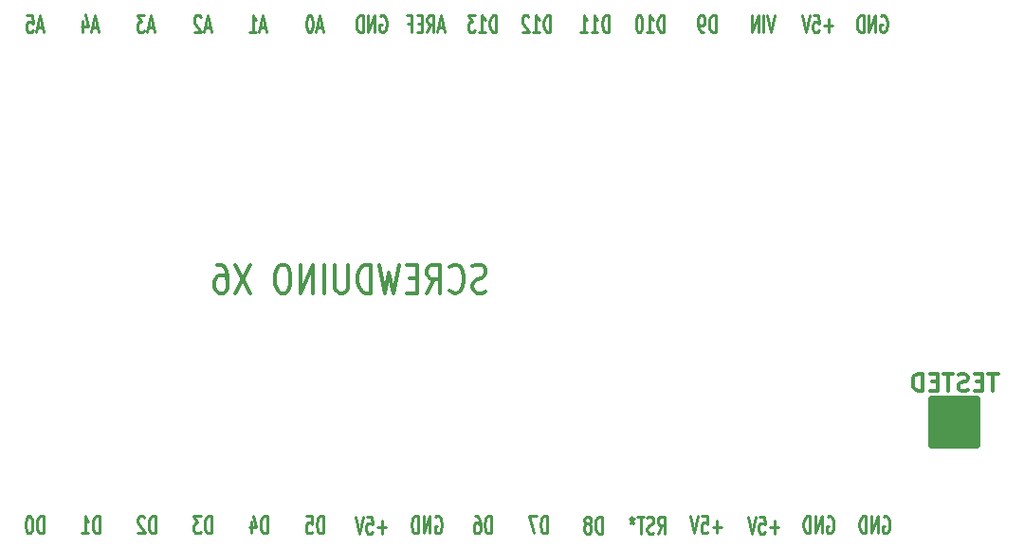
<source format=gbr>
G04 #@! TF.FileFunction,Legend,Bot*
%FSLAX46Y46*%
G04 Gerber Fmt 4.6, Leading zero omitted, Abs format (unit mm)*
G04 Created by KiCad (PCBNEW (after 2015-mar-04 BZR unknown)-product) date 8/29/2015 7:40:19 PM*
%MOMM*%
G01*
G04 APERTURE LIST*
%ADD10C,0.150000*%
%ADD11C,0.342900*%
%ADD12C,0.254000*%
%ADD13C,0.650000*%
%ADD14C,0.304800*%
G04 APERTURE END LIST*
D10*
D11*
X139730237Y-105422095D02*
X139439952Y-105543048D01*
X138956142Y-105543048D01*
X138762618Y-105422095D01*
X138665856Y-105301143D01*
X138569095Y-105059238D01*
X138569095Y-104817333D01*
X138665856Y-104575429D01*
X138762618Y-104454476D01*
X138956142Y-104333524D01*
X139343190Y-104212571D01*
X139536714Y-104091619D01*
X139633475Y-103970667D01*
X139730237Y-103728762D01*
X139730237Y-103486857D01*
X139633475Y-103244952D01*
X139536714Y-103124000D01*
X139343190Y-103003048D01*
X138859380Y-103003048D01*
X138569095Y-103124000D01*
X136537095Y-105301143D02*
X136633857Y-105422095D01*
X136924142Y-105543048D01*
X137117666Y-105543048D01*
X137407952Y-105422095D01*
X137601476Y-105180190D01*
X137698237Y-104938286D01*
X137794999Y-104454476D01*
X137794999Y-104091619D01*
X137698237Y-103607810D01*
X137601476Y-103365905D01*
X137407952Y-103124000D01*
X137117666Y-103003048D01*
X136924142Y-103003048D01*
X136633857Y-103124000D01*
X136537095Y-103244952D01*
X134505095Y-105543048D02*
X135182428Y-104333524D01*
X135666237Y-105543048D02*
X135666237Y-103003048D01*
X134892142Y-103003048D01*
X134698618Y-103124000D01*
X134601857Y-103244952D01*
X134505095Y-103486857D01*
X134505095Y-103849714D01*
X134601857Y-104091619D01*
X134698618Y-104212571D01*
X134892142Y-104333524D01*
X135666237Y-104333524D01*
X133634237Y-104212571D02*
X132956904Y-104212571D01*
X132666618Y-105543048D02*
X133634237Y-105543048D01*
X133634237Y-103003048D01*
X132666618Y-103003048D01*
X131989285Y-103003048D02*
X131505476Y-105543048D01*
X131118428Y-103728762D01*
X130731381Y-105543048D01*
X130247571Y-103003048D01*
X129473475Y-105543048D02*
X129473475Y-103003048D01*
X128989666Y-103003048D01*
X128699380Y-103124000D01*
X128505856Y-103365905D01*
X128409095Y-103607810D01*
X128312333Y-104091619D01*
X128312333Y-104454476D01*
X128409095Y-104938286D01*
X128505856Y-105180190D01*
X128699380Y-105422095D01*
X128989666Y-105543048D01*
X129473475Y-105543048D01*
X127441475Y-103003048D02*
X127441475Y-105059238D01*
X127344714Y-105301143D01*
X127247952Y-105422095D01*
X127054428Y-105543048D01*
X126667380Y-105543048D01*
X126473856Y-105422095D01*
X126377095Y-105301143D01*
X126280333Y-105059238D01*
X126280333Y-103003048D01*
X125312713Y-105543048D02*
X125312713Y-103003048D01*
X124345094Y-105543048D02*
X124345094Y-103003048D01*
X123183952Y-105543048D01*
X123183952Y-103003048D01*
X121829285Y-103003048D02*
X121442237Y-103003048D01*
X121248713Y-103124000D01*
X121055190Y-103365905D01*
X120958428Y-103849714D01*
X120958428Y-104696381D01*
X121055190Y-105180190D01*
X121248713Y-105422095D01*
X121442237Y-105543048D01*
X121829285Y-105543048D01*
X122022809Y-105422095D01*
X122216332Y-105180190D01*
X122313094Y-104696381D01*
X122313094Y-103849714D01*
X122216332Y-103365905D01*
X122022809Y-103124000D01*
X121829285Y-103003048D01*
X118732904Y-103003048D02*
X117378238Y-105543048D01*
X117378238Y-103003048D02*
X118732904Y-105543048D01*
X115733285Y-103003048D02*
X116120333Y-103003048D01*
X116313857Y-103124000D01*
X116410619Y-103244952D01*
X116604142Y-103607810D01*
X116700904Y-104091619D01*
X116700904Y-105059238D01*
X116604142Y-105301143D01*
X116507381Y-105422095D01*
X116313857Y-105543048D01*
X115926809Y-105543048D01*
X115733285Y-105422095D01*
X115636523Y-105301143D01*
X115539762Y-105059238D01*
X115539762Y-104454476D01*
X115636523Y-104212571D01*
X115733285Y-104091619D01*
X115926809Y-103970667D01*
X116313857Y-103970667D01*
X116507381Y-104091619D01*
X116604142Y-104212571D01*
X116700904Y-104454476D01*
D12*
X175018095Y-80772000D02*
X175114857Y-80699429D01*
X175260000Y-80699429D01*
X175405142Y-80772000D01*
X175501904Y-80917143D01*
X175550285Y-81062286D01*
X175598666Y-81352571D01*
X175598666Y-81570286D01*
X175550285Y-81860571D01*
X175501904Y-82005714D01*
X175405142Y-82150857D01*
X175260000Y-82223429D01*
X175163238Y-82223429D01*
X175018095Y-82150857D01*
X174969714Y-82078286D01*
X174969714Y-81570286D01*
X175163238Y-81570286D01*
X174534285Y-82223429D02*
X174534285Y-80699429D01*
X173953714Y-82223429D01*
X173953714Y-80699429D01*
X173469904Y-82223429D02*
X173469904Y-80699429D01*
X173227999Y-80699429D01*
X173082857Y-80772000D01*
X172986095Y-80917143D01*
X172937714Y-81062286D01*
X172889333Y-81352571D01*
X172889333Y-81570286D01*
X172937714Y-81860571D01*
X172986095Y-82005714D01*
X173082857Y-82150857D01*
X173227999Y-82223429D01*
X173469904Y-82223429D01*
X170724285Y-81642857D02*
X169950190Y-81642857D01*
X170337238Y-82223429D02*
X170337238Y-81062286D01*
X168982571Y-80699429D02*
X169466380Y-80699429D01*
X169514761Y-81425143D01*
X169466380Y-81352571D01*
X169369618Y-81280000D01*
X169127714Y-81280000D01*
X169030952Y-81352571D01*
X168982571Y-81425143D01*
X168934190Y-81570286D01*
X168934190Y-81933143D01*
X168982571Y-82078286D01*
X169030952Y-82150857D01*
X169127714Y-82223429D01*
X169369618Y-82223429D01*
X169466380Y-82150857D01*
X169514761Y-82078286D01*
X168643904Y-80699429D02*
X168305237Y-82223429D01*
X167966571Y-80699429D01*
X165577762Y-80699429D02*
X165239095Y-82223429D01*
X164900429Y-80699429D01*
X164561762Y-82223429D02*
X164561762Y-80699429D01*
X164077952Y-82223429D02*
X164077952Y-80699429D01*
X163497381Y-82223429D01*
X163497381Y-80699429D01*
X160261904Y-82223429D02*
X160261904Y-80699429D01*
X160019999Y-80699429D01*
X159874857Y-80772000D01*
X159778095Y-80917143D01*
X159729714Y-81062286D01*
X159681333Y-81352571D01*
X159681333Y-81570286D01*
X159729714Y-81860571D01*
X159778095Y-82005714D01*
X159874857Y-82150857D01*
X160019999Y-82223429D01*
X160261904Y-82223429D01*
X159197523Y-82223429D02*
X159003999Y-82223429D01*
X158907238Y-82150857D01*
X158858857Y-82078286D01*
X158762095Y-81860571D01*
X158713714Y-81570286D01*
X158713714Y-80989714D01*
X158762095Y-80844571D01*
X158810476Y-80772000D01*
X158907238Y-80699429D01*
X159100761Y-80699429D01*
X159197523Y-80772000D01*
X159245904Y-80844571D01*
X159294285Y-80989714D01*
X159294285Y-81352571D01*
X159245904Y-81497714D01*
X159197523Y-81570286D01*
X159100761Y-81642857D01*
X158907238Y-81642857D01*
X158810476Y-81570286D01*
X158762095Y-81497714D01*
X158713714Y-81352571D01*
X155665714Y-82223429D02*
X155665714Y-80699429D01*
X155423809Y-80699429D01*
X155278667Y-80772000D01*
X155181905Y-80917143D01*
X155133524Y-81062286D01*
X155085143Y-81352571D01*
X155085143Y-81570286D01*
X155133524Y-81860571D01*
X155181905Y-82005714D01*
X155278667Y-82150857D01*
X155423809Y-82223429D01*
X155665714Y-82223429D01*
X154117524Y-82223429D02*
X154698095Y-82223429D01*
X154407809Y-82223429D02*
X154407809Y-80699429D01*
X154504571Y-80917143D01*
X154601333Y-81062286D01*
X154698095Y-81134857D01*
X153488571Y-80699429D02*
X153391810Y-80699429D01*
X153295048Y-80772000D01*
X153246667Y-80844571D01*
X153198286Y-80989714D01*
X153149905Y-81280000D01*
X153149905Y-81642857D01*
X153198286Y-81933143D01*
X153246667Y-82078286D01*
X153295048Y-82150857D01*
X153391810Y-82223429D01*
X153488571Y-82223429D01*
X153585333Y-82150857D01*
X153633714Y-82078286D01*
X153682095Y-81933143D01*
X153730476Y-81642857D01*
X153730476Y-81280000D01*
X153682095Y-80989714D01*
X153633714Y-80844571D01*
X153585333Y-80772000D01*
X153488571Y-80699429D01*
X150712714Y-82223429D02*
X150712714Y-80699429D01*
X150470809Y-80699429D01*
X150325667Y-80772000D01*
X150228905Y-80917143D01*
X150180524Y-81062286D01*
X150132143Y-81352571D01*
X150132143Y-81570286D01*
X150180524Y-81860571D01*
X150228905Y-82005714D01*
X150325667Y-82150857D01*
X150470809Y-82223429D01*
X150712714Y-82223429D01*
X149164524Y-82223429D02*
X149745095Y-82223429D01*
X149454809Y-82223429D02*
X149454809Y-80699429D01*
X149551571Y-80917143D01*
X149648333Y-81062286D01*
X149745095Y-81134857D01*
X148196905Y-82223429D02*
X148777476Y-82223429D01*
X148487190Y-82223429D02*
X148487190Y-80699429D01*
X148583952Y-80917143D01*
X148680714Y-81062286D01*
X148777476Y-81134857D01*
X145505714Y-82223429D02*
X145505714Y-80699429D01*
X145263809Y-80699429D01*
X145118667Y-80772000D01*
X145021905Y-80917143D01*
X144973524Y-81062286D01*
X144925143Y-81352571D01*
X144925143Y-81570286D01*
X144973524Y-81860571D01*
X145021905Y-82005714D01*
X145118667Y-82150857D01*
X145263809Y-82223429D01*
X145505714Y-82223429D01*
X143957524Y-82223429D02*
X144538095Y-82223429D01*
X144247809Y-82223429D02*
X144247809Y-80699429D01*
X144344571Y-80917143D01*
X144441333Y-81062286D01*
X144538095Y-81134857D01*
X143570476Y-80844571D02*
X143522095Y-80772000D01*
X143425333Y-80699429D01*
X143183429Y-80699429D01*
X143086667Y-80772000D01*
X143038286Y-80844571D01*
X142989905Y-80989714D01*
X142989905Y-81134857D01*
X143038286Y-81352571D01*
X143618857Y-82223429D01*
X142989905Y-82223429D01*
X140679714Y-82223429D02*
X140679714Y-80699429D01*
X140437809Y-80699429D01*
X140292667Y-80772000D01*
X140195905Y-80917143D01*
X140147524Y-81062286D01*
X140099143Y-81352571D01*
X140099143Y-81570286D01*
X140147524Y-81860571D01*
X140195905Y-82005714D01*
X140292667Y-82150857D01*
X140437809Y-82223429D01*
X140679714Y-82223429D01*
X139131524Y-82223429D02*
X139712095Y-82223429D01*
X139421809Y-82223429D02*
X139421809Y-80699429D01*
X139518571Y-80917143D01*
X139615333Y-81062286D01*
X139712095Y-81134857D01*
X138792857Y-80699429D02*
X138163905Y-80699429D01*
X138502571Y-81280000D01*
X138357429Y-81280000D01*
X138260667Y-81352571D01*
X138212286Y-81425143D01*
X138163905Y-81570286D01*
X138163905Y-81933143D01*
X138212286Y-82078286D01*
X138260667Y-82150857D01*
X138357429Y-82223429D01*
X138647714Y-82223429D01*
X138744476Y-82150857D01*
X138792857Y-82078286D01*
X136010952Y-81788000D02*
X135527143Y-81788000D01*
X136107714Y-82223429D02*
X135769047Y-80699429D01*
X135430381Y-82223429D01*
X134511143Y-82223429D02*
X134849809Y-81497714D01*
X135091714Y-82223429D02*
X135091714Y-80699429D01*
X134704667Y-80699429D01*
X134607905Y-80772000D01*
X134559524Y-80844571D01*
X134511143Y-80989714D01*
X134511143Y-81207429D01*
X134559524Y-81352571D01*
X134607905Y-81425143D01*
X134704667Y-81497714D01*
X135091714Y-81497714D01*
X134075714Y-81425143D02*
X133737048Y-81425143D01*
X133591905Y-82223429D02*
X134075714Y-82223429D01*
X134075714Y-80699429D01*
X133591905Y-80699429D01*
X132817810Y-81425143D02*
X133156476Y-81425143D01*
X133156476Y-82223429D02*
X133156476Y-80699429D01*
X132672667Y-80699429D01*
X130314095Y-80772000D02*
X130410857Y-80699429D01*
X130556000Y-80699429D01*
X130701142Y-80772000D01*
X130797904Y-80917143D01*
X130846285Y-81062286D01*
X130894666Y-81352571D01*
X130894666Y-81570286D01*
X130846285Y-81860571D01*
X130797904Y-82005714D01*
X130701142Y-82150857D01*
X130556000Y-82223429D01*
X130459238Y-82223429D01*
X130314095Y-82150857D01*
X130265714Y-82078286D01*
X130265714Y-81570286D01*
X130459238Y-81570286D01*
X129830285Y-82223429D02*
X129830285Y-80699429D01*
X129249714Y-82223429D01*
X129249714Y-80699429D01*
X128765904Y-82223429D02*
X128765904Y-80699429D01*
X128523999Y-80699429D01*
X128378857Y-80772000D01*
X128282095Y-80917143D01*
X128233714Y-81062286D01*
X128185333Y-81352571D01*
X128185333Y-81570286D01*
X128233714Y-81860571D01*
X128282095Y-82005714D01*
X128378857Y-82150857D01*
X128523999Y-82223429D01*
X128765904Y-82223429D01*
X125185714Y-81788000D02*
X124701905Y-81788000D01*
X125282476Y-82223429D02*
X124943809Y-80699429D01*
X124605143Y-82223429D01*
X124072952Y-80699429D02*
X123976191Y-80699429D01*
X123879429Y-80772000D01*
X123831048Y-80844571D01*
X123782667Y-80989714D01*
X123734286Y-81280000D01*
X123734286Y-81642857D01*
X123782667Y-81933143D01*
X123831048Y-82078286D01*
X123879429Y-82150857D01*
X123976191Y-82223429D01*
X124072952Y-82223429D01*
X124169714Y-82150857D01*
X124218095Y-82078286D01*
X124266476Y-81933143D01*
X124314857Y-81642857D01*
X124314857Y-81280000D01*
X124266476Y-80989714D01*
X124218095Y-80844571D01*
X124169714Y-80772000D01*
X124072952Y-80699429D01*
X120105714Y-81788000D02*
X119621905Y-81788000D01*
X120202476Y-82223429D02*
X119863809Y-80699429D01*
X119525143Y-82223429D01*
X118654286Y-82223429D02*
X119234857Y-82223429D01*
X118944571Y-82223429D02*
X118944571Y-80699429D01*
X119041333Y-80917143D01*
X119138095Y-81062286D01*
X119234857Y-81134857D01*
X115152714Y-81788000D02*
X114668905Y-81788000D01*
X115249476Y-82223429D02*
X114910809Y-80699429D01*
X114572143Y-82223429D01*
X114281857Y-80844571D02*
X114233476Y-80772000D01*
X114136714Y-80699429D01*
X113894810Y-80699429D01*
X113798048Y-80772000D01*
X113749667Y-80844571D01*
X113701286Y-80989714D01*
X113701286Y-81134857D01*
X113749667Y-81352571D01*
X114330238Y-82223429D01*
X113701286Y-82223429D01*
X110072714Y-81788000D02*
X109588905Y-81788000D01*
X110169476Y-82223429D02*
X109830809Y-80699429D01*
X109492143Y-82223429D01*
X109250238Y-80699429D02*
X108621286Y-80699429D01*
X108959952Y-81280000D01*
X108814810Y-81280000D01*
X108718048Y-81352571D01*
X108669667Y-81425143D01*
X108621286Y-81570286D01*
X108621286Y-81933143D01*
X108669667Y-82078286D01*
X108718048Y-82150857D01*
X108814810Y-82223429D01*
X109105095Y-82223429D01*
X109201857Y-82150857D01*
X109250238Y-82078286D01*
X105119714Y-81788000D02*
X104635905Y-81788000D01*
X105216476Y-82223429D02*
X104877809Y-80699429D01*
X104539143Y-82223429D01*
X103765048Y-81207429D02*
X103765048Y-82223429D01*
X104006952Y-80626857D02*
X104248857Y-81715429D01*
X103619905Y-81715429D01*
X100166714Y-81788000D02*
X99682905Y-81788000D01*
X100263476Y-82223429D02*
X99924809Y-80699429D01*
X99586143Y-82223429D01*
X98763667Y-80699429D02*
X99247476Y-80699429D01*
X99295857Y-81425143D01*
X99247476Y-81352571D01*
X99150714Y-81280000D01*
X98908810Y-81280000D01*
X98812048Y-81352571D01*
X98763667Y-81425143D01*
X98715286Y-81570286D01*
X98715286Y-81933143D01*
X98763667Y-82078286D01*
X98812048Y-82150857D01*
X98908810Y-82223429D01*
X99150714Y-82223429D01*
X99247476Y-82150857D01*
X99295857Y-82078286D01*
X175248095Y-125578000D02*
X175344857Y-125505429D01*
X175490000Y-125505429D01*
X175635142Y-125578000D01*
X175731904Y-125723143D01*
X175780285Y-125868286D01*
X175828666Y-126158571D01*
X175828666Y-126376286D01*
X175780285Y-126666571D01*
X175731904Y-126811714D01*
X175635142Y-126956857D01*
X175490000Y-127029429D01*
X175393238Y-127029429D01*
X175248095Y-126956857D01*
X175199714Y-126884286D01*
X175199714Y-126376286D01*
X175393238Y-126376286D01*
X174764285Y-127029429D02*
X174764285Y-125505429D01*
X174183714Y-127029429D01*
X174183714Y-125505429D01*
X173699904Y-127029429D02*
X173699904Y-125505429D01*
X173457999Y-125505429D01*
X173312857Y-125578000D01*
X173216095Y-125723143D01*
X173167714Y-125868286D01*
X173119333Y-126158571D01*
X173119333Y-126376286D01*
X173167714Y-126666571D01*
X173216095Y-126811714D01*
X173312857Y-126956857D01*
X173457999Y-127029429D01*
X173699904Y-127029429D01*
X170248095Y-125578000D02*
X170344857Y-125505429D01*
X170490000Y-125505429D01*
X170635142Y-125578000D01*
X170731904Y-125723143D01*
X170780285Y-125868286D01*
X170828666Y-126158571D01*
X170828666Y-126376286D01*
X170780285Y-126666571D01*
X170731904Y-126811714D01*
X170635142Y-126956857D01*
X170490000Y-127029429D01*
X170393238Y-127029429D01*
X170248095Y-126956857D01*
X170199714Y-126884286D01*
X170199714Y-126376286D01*
X170393238Y-126376286D01*
X169764285Y-127029429D02*
X169764285Y-125505429D01*
X169183714Y-127029429D01*
X169183714Y-125505429D01*
X168699904Y-127029429D02*
X168699904Y-125505429D01*
X168457999Y-125505429D01*
X168312857Y-125578000D01*
X168216095Y-125723143D01*
X168167714Y-125868286D01*
X168119333Y-126158571D01*
X168119333Y-126376286D01*
X168167714Y-126666571D01*
X168216095Y-126811714D01*
X168312857Y-126956857D01*
X168457999Y-127029429D01*
X168699904Y-127029429D01*
X165898285Y-126473857D02*
X165124190Y-126473857D01*
X165511238Y-127054429D02*
X165511238Y-125893286D01*
X164156571Y-125530429D02*
X164640380Y-125530429D01*
X164688761Y-126256143D01*
X164640380Y-126183571D01*
X164543618Y-126111000D01*
X164301714Y-126111000D01*
X164204952Y-126183571D01*
X164156571Y-126256143D01*
X164108190Y-126401286D01*
X164108190Y-126764143D01*
X164156571Y-126909286D01*
X164204952Y-126981857D01*
X164301714Y-127054429D01*
X164543618Y-127054429D01*
X164640380Y-126981857D01*
X164688761Y-126909286D01*
X163817904Y-125530429D02*
X163479237Y-127054429D01*
X163140571Y-125530429D01*
X160780285Y-126448857D02*
X160006190Y-126448857D01*
X160393238Y-127029429D02*
X160393238Y-125868286D01*
X159038571Y-125505429D02*
X159522380Y-125505429D01*
X159570761Y-126231143D01*
X159522380Y-126158571D01*
X159425618Y-126086000D01*
X159183714Y-126086000D01*
X159086952Y-126158571D01*
X159038571Y-126231143D01*
X158990190Y-126376286D01*
X158990190Y-126739143D01*
X159038571Y-126884286D01*
X159086952Y-126956857D01*
X159183714Y-127029429D01*
X159425618Y-127029429D01*
X159522380Y-126956857D01*
X159570761Y-126884286D01*
X158699904Y-125505429D02*
X158361237Y-127029429D01*
X158022571Y-125505429D01*
X155121428Y-127054429D02*
X155460094Y-126328714D01*
X155701999Y-127054429D02*
X155701999Y-125530429D01*
X155314952Y-125530429D01*
X155218190Y-125603000D01*
X155169809Y-125675571D01*
X155121428Y-125820714D01*
X155121428Y-126038429D01*
X155169809Y-126183571D01*
X155218190Y-126256143D01*
X155314952Y-126328714D01*
X155701999Y-126328714D01*
X154734380Y-126981857D02*
X154589237Y-127054429D01*
X154347333Y-127054429D01*
X154250571Y-126981857D01*
X154202190Y-126909286D01*
X154153809Y-126764143D01*
X154153809Y-126619000D01*
X154202190Y-126473857D01*
X154250571Y-126401286D01*
X154347333Y-126328714D01*
X154540856Y-126256143D01*
X154637618Y-126183571D01*
X154685999Y-126111000D01*
X154734380Y-125965857D01*
X154734380Y-125820714D01*
X154685999Y-125675571D01*
X154637618Y-125603000D01*
X154540856Y-125530429D01*
X154298952Y-125530429D01*
X154153809Y-125603000D01*
X153863523Y-125530429D02*
X153282952Y-125530429D01*
X153573237Y-127054429D02*
X153573237Y-125530429D01*
X152799142Y-125530429D02*
X152799142Y-125893286D01*
X153041047Y-125748143D02*
X152799142Y-125893286D01*
X152557238Y-125748143D01*
X152944285Y-126183571D02*
X152799142Y-125893286D01*
X152654000Y-126183571D01*
X150101904Y-127054429D02*
X150101904Y-125530429D01*
X149859999Y-125530429D01*
X149714857Y-125603000D01*
X149618095Y-125748143D01*
X149569714Y-125893286D01*
X149521333Y-126183571D01*
X149521333Y-126401286D01*
X149569714Y-126691571D01*
X149618095Y-126836714D01*
X149714857Y-126981857D01*
X149859999Y-127054429D01*
X150101904Y-127054429D01*
X148940761Y-126183571D02*
X149037523Y-126111000D01*
X149085904Y-126038429D01*
X149134285Y-125893286D01*
X149134285Y-125820714D01*
X149085904Y-125675571D01*
X149037523Y-125603000D01*
X148940761Y-125530429D01*
X148747238Y-125530429D01*
X148650476Y-125603000D01*
X148602095Y-125675571D01*
X148553714Y-125820714D01*
X148553714Y-125893286D01*
X148602095Y-126038429D01*
X148650476Y-126111000D01*
X148747238Y-126183571D01*
X148940761Y-126183571D01*
X149037523Y-126256143D01*
X149085904Y-126328714D01*
X149134285Y-126473857D01*
X149134285Y-126764143D01*
X149085904Y-126909286D01*
X149037523Y-126981857D01*
X148940761Y-127054429D01*
X148747238Y-127054429D01*
X148650476Y-126981857D01*
X148602095Y-126909286D01*
X148553714Y-126764143D01*
X148553714Y-126473857D01*
X148602095Y-126328714D01*
X148650476Y-126256143D01*
X148747238Y-126183571D01*
X145223904Y-127029429D02*
X145223904Y-125505429D01*
X144981999Y-125505429D01*
X144836857Y-125578000D01*
X144740095Y-125723143D01*
X144691714Y-125868286D01*
X144643333Y-126158571D01*
X144643333Y-126376286D01*
X144691714Y-126666571D01*
X144740095Y-126811714D01*
X144836857Y-126956857D01*
X144981999Y-127029429D01*
X145223904Y-127029429D01*
X144304666Y-125505429D02*
X143627333Y-125505429D01*
X144062761Y-127029429D01*
X140223904Y-127029429D02*
X140223904Y-125505429D01*
X139981999Y-125505429D01*
X139836857Y-125578000D01*
X139740095Y-125723143D01*
X139691714Y-125868286D01*
X139643333Y-126158571D01*
X139643333Y-126376286D01*
X139691714Y-126666571D01*
X139740095Y-126811714D01*
X139836857Y-126956857D01*
X139981999Y-127029429D01*
X140223904Y-127029429D01*
X138772476Y-125505429D02*
X138965999Y-125505429D01*
X139062761Y-125578000D01*
X139111142Y-125650571D01*
X139207904Y-125868286D01*
X139256285Y-126158571D01*
X139256285Y-126739143D01*
X139207904Y-126884286D01*
X139159523Y-126956857D01*
X139062761Y-127029429D01*
X138869238Y-127029429D01*
X138772476Y-126956857D01*
X138724095Y-126884286D01*
X138675714Y-126739143D01*
X138675714Y-126376286D01*
X138724095Y-126231143D01*
X138772476Y-126158571D01*
X138869238Y-126086000D01*
X139062761Y-126086000D01*
X139159523Y-126158571D01*
X139207904Y-126231143D01*
X139256285Y-126376286D01*
X135248095Y-125578000D02*
X135344857Y-125505429D01*
X135490000Y-125505429D01*
X135635142Y-125578000D01*
X135731904Y-125723143D01*
X135780285Y-125868286D01*
X135828666Y-126158571D01*
X135828666Y-126376286D01*
X135780285Y-126666571D01*
X135731904Y-126811714D01*
X135635142Y-126956857D01*
X135490000Y-127029429D01*
X135393238Y-127029429D01*
X135248095Y-126956857D01*
X135199714Y-126884286D01*
X135199714Y-126376286D01*
X135393238Y-126376286D01*
X134764285Y-127029429D02*
X134764285Y-125505429D01*
X134183714Y-127029429D01*
X134183714Y-125505429D01*
X133699904Y-127029429D02*
X133699904Y-125505429D01*
X133457999Y-125505429D01*
X133312857Y-125578000D01*
X133216095Y-125723143D01*
X133167714Y-125868286D01*
X133119333Y-126158571D01*
X133119333Y-126376286D01*
X133167714Y-126666571D01*
X133216095Y-126811714D01*
X133312857Y-126956857D01*
X133457999Y-127029429D01*
X133699904Y-127029429D01*
X130846285Y-126473857D02*
X130072190Y-126473857D01*
X130459238Y-127054429D02*
X130459238Y-125893286D01*
X129104571Y-125530429D02*
X129588380Y-125530429D01*
X129636761Y-126256143D01*
X129588380Y-126183571D01*
X129491618Y-126111000D01*
X129249714Y-126111000D01*
X129152952Y-126183571D01*
X129104571Y-126256143D01*
X129056190Y-126401286D01*
X129056190Y-126764143D01*
X129104571Y-126909286D01*
X129152952Y-126981857D01*
X129249714Y-127054429D01*
X129491618Y-127054429D01*
X129588380Y-126981857D01*
X129636761Y-126909286D01*
X128765904Y-125530429D02*
X128427237Y-127054429D01*
X128088571Y-125530429D01*
X125223904Y-127029429D02*
X125223904Y-125505429D01*
X124981999Y-125505429D01*
X124836857Y-125578000D01*
X124740095Y-125723143D01*
X124691714Y-125868286D01*
X124643333Y-126158571D01*
X124643333Y-126376286D01*
X124691714Y-126666571D01*
X124740095Y-126811714D01*
X124836857Y-126956857D01*
X124981999Y-127029429D01*
X125223904Y-127029429D01*
X123724095Y-125505429D02*
X124207904Y-125505429D01*
X124256285Y-126231143D01*
X124207904Y-126158571D01*
X124111142Y-126086000D01*
X123869238Y-126086000D01*
X123772476Y-126158571D01*
X123724095Y-126231143D01*
X123675714Y-126376286D01*
X123675714Y-126739143D01*
X123724095Y-126884286D01*
X123772476Y-126956857D01*
X123869238Y-127029429D01*
X124111142Y-127029429D01*
X124207904Y-126956857D01*
X124256285Y-126884286D01*
X120223904Y-127029429D02*
X120223904Y-125505429D01*
X119981999Y-125505429D01*
X119836857Y-125578000D01*
X119740095Y-125723143D01*
X119691714Y-125868286D01*
X119643333Y-126158571D01*
X119643333Y-126376286D01*
X119691714Y-126666571D01*
X119740095Y-126811714D01*
X119836857Y-126956857D01*
X119981999Y-127029429D01*
X120223904Y-127029429D01*
X118772476Y-126013429D02*
X118772476Y-127029429D01*
X119014380Y-125432857D02*
X119256285Y-126521429D01*
X118627333Y-126521429D01*
X115223904Y-127029429D02*
X115223904Y-125505429D01*
X114981999Y-125505429D01*
X114836857Y-125578000D01*
X114740095Y-125723143D01*
X114691714Y-125868286D01*
X114643333Y-126158571D01*
X114643333Y-126376286D01*
X114691714Y-126666571D01*
X114740095Y-126811714D01*
X114836857Y-126956857D01*
X114981999Y-127029429D01*
X115223904Y-127029429D01*
X114304666Y-125505429D02*
X113675714Y-125505429D01*
X114014380Y-126086000D01*
X113869238Y-126086000D01*
X113772476Y-126158571D01*
X113724095Y-126231143D01*
X113675714Y-126376286D01*
X113675714Y-126739143D01*
X113724095Y-126884286D01*
X113772476Y-126956857D01*
X113869238Y-127029429D01*
X114159523Y-127029429D01*
X114256285Y-126956857D01*
X114304666Y-126884286D01*
X110223904Y-127029429D02*
X110223904Y-125505429D01*
X109981999Y-125505429D01*
X109836857Y-125578000D01*
X109740095Y-125723143D01*
X109691714Y-125868286D01*
X109643333Y-126158571D01*
X109643333Y-126376286D01*
X109691714Y-126666571D01*
X109740095Y-126811714D01*
X109836857Y-126956857D01*
X109981999Y-127029429D01*
X110223904Y-127029429D01*
X109256285Y-125650571D02*
X109207904Y-125578000D01*
X109111142Y-125505429D01*
X108869238Y-125505429D01*
X108772476Y-125578000D01*
X108724095Y-125650571D01*
X108675714Y-125795714D01*
X108675714Y-125940857D01*
X108724095Y-126158571D01*
X109304666Y-127029429D01*
X108675714Y-127029429D01*
X105223904Y-127029429D02*
X105223904Y-125505429D01*
X104981999Y-125505429D01*
X104836857Y-125578000D01*
X104740095Y-125723143D01*
X104691714Y-125868286D01*
X104643333Y-126158571D01*
X104643333Y-126376286D01*
X104691714Y-126666571D01*
X104740095Y-126811714D01*
X104836857Y-126956857D01*
X104981999Y-127029429D01*
X105223904Y-127029429D01*
X103675714Y-127029429D02*
X104256285Y-127029429D01*
X103965999Y-127029429D02*
X103965999Y-125505429D01*
X104062761Y-125723143D01*
X104159523Y-125868286D01*
X104256285Y-125940857D01*
X100223904Y-127029429D02*
X100223904Y-125505429D01*
X99981999Y-125505429D01*
X99836857Y-125578000D01*
X99740095Y-125723143D01*
X99691714Y-125868286D01*
X99643333Y-126158571D01*
X99643333Y-126376286D01*
X99691714Y-126666571D01*
X99740095Y-126811714D01*
X99836857Y-126956857D01*
X99981999Y-127029429D01*
X100223904Y-127029429D01*
X99014380Y-125505429D02*
X98917619Y-125505429D01*
X98820857Y-125578000D01*
X98772476Y-125650571D01*
X98724095Y-125795714D01*
X98675714Y-126086000D01*
X98675714Y-126448857D01*
X98724095Y-126739143D01*
X98772476Y-126884286D01*
X98820857Y-126956857D01*
X98917619Y-127029429D01*
X99014380Y-127029429D01*
X99111142Y-126956857D01*
X99159523Y-126884286D01*
X99207904Y-126739143D01*
X99256285Y-126448857D01*
X99256285Y-126086000D01*
X99207904Y-125795714D01*
X99159523Y-125650571D01*
X99111142Y-125578000D01*
X99014380Y-125505429D01*
D13*
X179610000Y-115094000D02*
X183610000Y-115094000D01*
X183610000Y-115094000D02*
X183610000Y-119094000D01*
X183610000Y-119094000D02*
X179610000Y-119094000D01*
X179610000Y-119094000D02*
X179610000Y-115094000D01*
X179610000Y-115094000D02*
X179610000Y-115594000D01*
X179610000Y-115594000D02*
X183610000Y-115594000D01*
X183610000Y-115594000D02*
X183610000Y-116094000D01*
X183610000Y-116094000D02*
X179610000Y-116094000D01*
X179610000Y-116094000D02*
X179610000Y-116594000D01*
X179610000Y-116594000D02*
X183610000Y-116594000D01*
X183610000Y-116594000D02*
X183610000Y-117094000D01*
X183610000Y-117094000D02*
X179610000Y-117094000D01*
X179610000Y-117094000D02*
X179610000Y-117594000D01*
X179610000Y-117594000D02*
X183110000Y-117594000D01*
X183110000Y-117594000D02*
X183610000Y-117594000D01*
X183610000Y-117594000D02*
X183610000Y-118094000D01*
X183610000Y-118094000D02*
X179610000Y-118094000D01*
X179610000Y-118094000D02*
X179610000Y-118594000D01*
X179610000Y-118594000D02*
X183610000Y-118594000D01*
D14*
X185492571Y-112759429D02*
X184621714Y-112759429D01*
X185057143Y-114283429D02*
X185057143Y-112759429D01*
X184113714Y-113485143D02*
X183605714Y-113485143D01*
X183388000Y-114283429D02*
X184113714Y-114283429D01*
X184113714Y-112759429D01*
X183388000Y-112759429D01*
X182807428Y-114210857D02*
X182589714Y-114283429D01*
X182226857Y-114283429D01*
X182081714Y-114210857D01*
X182009143Y-114138286D01*
X181936571Y-113993143D01*
X181936571Y-113848000D01*
X182009143Y-113702857D01*
X182081714Y-113630286D01*
X182226857Y-113557714D01*
X182517143Y-113485143D01*
X182662285Y-113412571D01*
X182734857Y-113340000D01*
X182807428Y-113194857D01*
X182807428Y-113049714D01*
X182734857Y-112904571D01*
X182662285Y-112832000D01*
X182517143Y-112759429D01*
X182154285Y-112759429D01*
X181936571Y-112832000D01*
X181501142Y-112759429D02*
X180630285Y-112759429D01*
X181065714Y-114283429D02*
X181065714Y-112759429D01*
X180122285Y-113485143D02*
X179614285Y-113485143D01*
X179396571Y-114283429D02*
X180122285Y-114283429D01*
X180122285Y-112759429D01*
X179396571Y-112759429D01*
X178743428Y-114283429D02*
X178743428Y-112759429D01*
X178380571Y-112759429D01*
X178162856Y-112832000D01*
X178017714Y-112977143D01*
X177945142Y-113122286D01*
X177872571Y-113412571D01*
X177872571Y-113630286D01*
X177945142Y-113920571D01*
X178017714Y-114065714D01*
X178162856Y-114210857D01*
X178380571Y-114283429D01*
X178743428Y-114283429D01*
M02*

</source>
